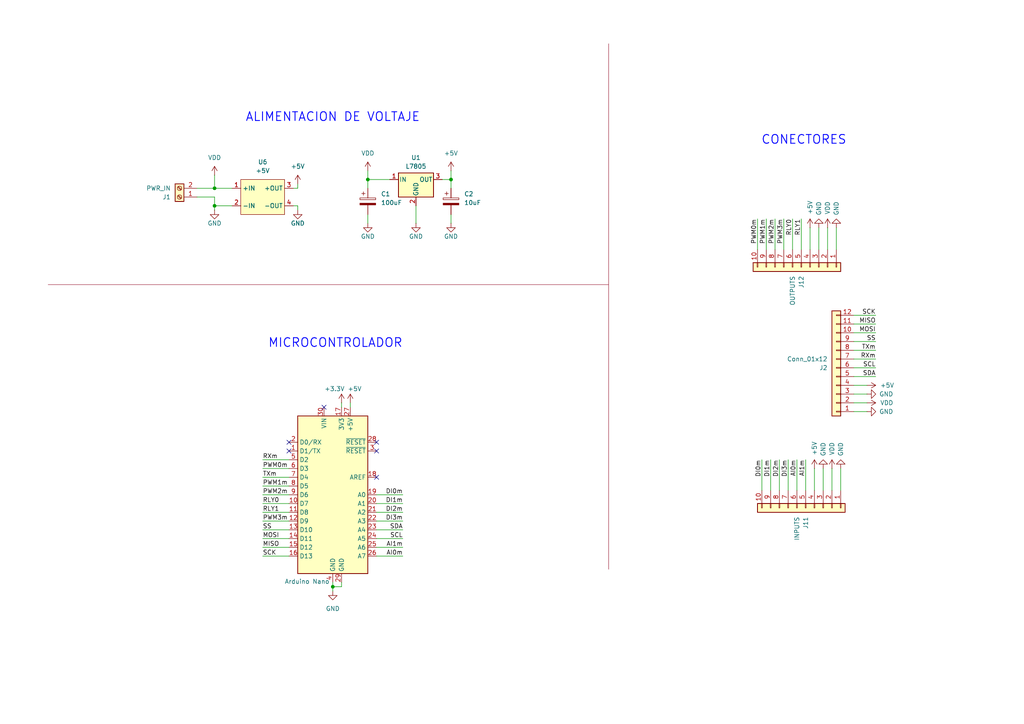
<source format=kicad_sch>
(kicad_sch (version 20250114) (generator "eeschema") (generator_version "9.0")
  (paper "A4")
  (lib_symbols
    (symbol "Codigo_lib:Mini_560_Pro"
      (property "Reference" "U" (at 0 -6.604 0))
      (property "Value" "+5V" (at 4.572 -6.604 0))
      (symbol "Mini_560_Pro_1_1"
        (rectangle (start -6.35 5.08) (end 6.35 -5.08) (fill (type background)))
        (pin passive line (at -8.89 2.54 0) (length 2.54) (name "+IN") (number "1"))
        (pin passive line (at -8.89 -2.54 0) (length 2.54) (name "-IN") (number "2"))
        (pin passive line (at 8.89 2.54 180) (length 2.54) (name "+OUT") (number "3"))
        (pin passive line (at 8.89 -2.54 180) (length 2.54) (name "-OUT") (number "4"))
      )
    )
    (symbol "Connector:Screw_Terminal_01x02" (pin_names (offset 1.016) (hide yes))
      (property "Reference" "J" (at 0 2.54 0))
      (property "Value" "Screw_Terminal_01x02" (at 0 -5.08 0))
      (symbol "Screw_Terminal_01x02_1_1"
        (rectangle (start -1.27 1.27) (end 1.27 -3.81) (stroke (width 0.254)) (fill (type background)))
        (polyline (pts (xy -0.5334 0.3302) (xy 0.3302 -0.508)) (stroke (width 0.1524)))
        (polyline (pts (xy -0.5334 -2.2098) (xy 0.3302 -3.048)) (stroke (width 0.1524)))
        (polyline (pts (xy -0.3556 0.508) (xy 0.508 -0.3302)) (stroke (width 0.1524)))
        (polyline (pts (xy -0.3556 -2.032) (xy 0.508 -2.8702)) (stroke (width 0.1524)))
        (circle (center 0 0) (radius 0.635) (stroke (width 0.1524)))
        (circle (center 0 -2.54) (radius 0.635) (stroke (width 0.1524)))
        (pin passive line (at -5.08 0 0) (length 3.81) (name "Pin_1") (number "1"))
        (pin passive line (at -5.08 -2.54 0) (length 3.81) (name "Pin_2") (number "2"))
      )
    )
    (symbol "Connector_Generic:Conn_01x10" (pin_names (offset 1.016) (hide yes))
      (property "Reference" "J" (at 0 12.7 0))
      (property "Value" "Conn_01x10" (at 0 -15.24 0))
      (symbol "Conn_01x10_1_1"
        (rectangle (start -1.27 11.43) (end 1.27 -13.97) (stroke (width 0.254)) (fill (type background)))
        (rectangle (start -1.27 10.287) (end 0 10.033) (stroke (width 0.1524)))
        (rectangle (start -1.27 7.747) (end 0 7.493) (stroke (width 0.1524)))
        (rectangle (start -1.27 5.207) (end 0 4.953) (stroke (width 0.1524)))
        (rectangle (start -1.27 2.667) (end 0 2.413) (stroke (width 0.1524)))
        (rectangle (start -1.27 0.127) (end 0 -0.127) (stroke (width 0.1524)))
        (rectangle (start -1.27 -2.413) (end 0 -2.667) (stroke (width 0.1524)))
        (rectangle (start -1.27 -4.953) (end 0 -5.207) (stroke (width 0.1524)))
        (rectangle (start -1.27 -7.493) (end 0 -7.747) (stroke (width 0.1524)))
        (rectangle (start -1.27 -10.033) (end 0 -10.287) (stroke (width 0.1524)))
        (rectangle (start -1.27 -12.573) (end 0 -12.827) (stroke (width 0.1524)))
        (pin passive line (at -5.08 10.16 0) (length 3.81) (name "Pin_1") (number "1"))
        (pin passive line (at -5.08 7.62 0) (length 3.81) (name "Pin_2") (number "2"))
        (pin passive line (at -5.08 5.08 0) (length 3.81) (name "Pin_3") (number "3"))
        (pin passive line (at -5.08 2.54 0) (length 3.81) (name "Pin_4") (number "4"))
        (pin passive line (at -5.08 0 0) (length 3.81) (name "Pin_5") (number "5"))
        (pin passive line (at -5.08 -2.54 0) (length 3.81) (name "Pin_6") (number "6"))
        (pin passive line (at -5.08 -5.08 0) (length 3.81) (name "Pin_7") (number "7"))
        (pin passive line (at -5.08 -7.62 0) (length 3.81) (name "Pin_8") (number "8"))
        (pin passive line (at -5.08 -10.16 0) (length 3.81) (name "Pin_9") (number "9"))
        (pin passive line (at -5.08 -12.7 0) (length 3.81) (name "Pin_10") (number "10"))
      )
    )
    (symbol "Connector_Generic:Conn_01x12" (pin_names (offset 1.016) (hide yes))
      (property "Reference" "J" (at 0 15.24 0))
      (property "Value" "Conn_01x12" (at 0 -17.78 0))
      (symbol "Conn_01x12_1_1"
        (rectangle (start -1.27 13.97) (end 1.27 -16.51) (stroke (width 0.254)) (fill (type background)))
        (rectangle (start -1.27 12.827) (end 0 12.573) (stroke (width 0.1524)))
        (rectangle (start -1.27 10.287) (end 0 10.033) (stroke (width 0.1524)))
        (rectangle (start -1.27 7.747) (end 0 7.493) (stroke (width 0.1524)))
        (rectangle (start -1.27 5.207) (end 0 4.953) (stroke (width 0.1524)))
        (rectangle (start -1.27 2.667) (end 0 2.413) (stroke (width 0.1524)))
        (rectangle (start -1.27 0.127) (end 0 -0.127) (stroke (width 0.1524)))
        (rectangle (start -1.27 -2.413) (end 0 -2.667) (stroke (width 0.1524)))
        (rectangle (start -1.27 -4.953) (end 0 -5.207) (stroke (width 0.1524)))
        (rectangle (start -1.27 -7.493) (end 0 -7.747) (stroke (width 0.1524)))
        (rectangle (start -1.27 -10.033) (end 0 -10.287) (stroke (width 0.1524)))
        (rectangle (start -1.27 -12.573) (end 0 -12.827) (stroke (width 0.1524)))
        (rectangle (start -1.27 -15.113) (end 0 -15.367) (stroke (width 0.1524)))
        (pin passive line (at -5.08 12.7 0) (length 3.81) (name "Pin_1") (number "1"))
        (pin passive line (at -5.08 10.16 0) (length 3.81) (name "Pin_2") (number "2"))
        (pin passive line (at -5.08 7.62 0) (length 3.81) (name "Pin_3") (number "3"))
        (pin passive line (at -5.08 5.08 0) (length 3.81) (name "Pin_4") (number "4"))
        (pin passive line (at -5.08 2.54 0) (length 3.81) (name "Pin_5") (number "5"))
        (pin passive line (at -5.08 0 0) (length 3.81) (name "Pin_6") (number "6"))
        (pin passive line (at -5.08 -2.54 0) (length 3.81) (name "Pin_7") (number "7"))
        (pin passive line (at -5.08 -5.08 0) (length 3.81) (name "Pin_8") (number "8"))
        (pin passive line (at -5.08 -7.62 0) (length 3.81) (name "Pin_9") (number "9"))
        (pin passive line (at -5.08 -10.16 0) (length 3.81) (name "Pin_10") (number "10"))
        (pin passive line (at -5.08 -12.7 0) (length 3.81) (name "Pin_11") (number "11"))
        (pin passive line (at -5.08 -15.24 0) (length 3.81) (name "Pin_12") (number "12"))
      )
    )
    (symbol "Device:C_Polarized" (pin_numbers (hide yes)) (pin_names (offset 0.254))
      (property "Reference" "C" (at 0.635 2.54 0))
      (property "Value" "C_Polarized" (at 0.635 -2.54 0))
      (symbol "C_Polarized_0_1"
        (rectangle (start -2.286 0.508) (end 2.286 1.016))
        (polyline (pts (xy -1.778 2.286) (xy -0.762 2.286)))
        (polyline (pts (xy -1.27 2.794) (xy -1.27 1.778)))
        (rectangle (start 2.286 -0.508) (end -2.286 -1.016) (fill (type outline)))
      )
      (symbol "C_Polarized_1_1"
        (pin passive line (at 0 3.81 270) (length 2.794) (name "~") (number "1"))
        (pin passive line (at 0 -3.81 90) (length 2.794) (name "~") (number "2"))
      )
    )
    (symbol "MCU_Module:Arduino_Nano_v3.x"
      (property "Reference" "A" (at -10.16 23.495 0))
      (property "Value" "Arduino_Nano_v3.x" (at 5.08 -24.13 0))
      (symbol "Arduino_Nano_v3.x_0_1"
        (rectangle (start -10.16 22.86) (end 10.16 -22.86) (stroke (width 0.254)) (fill (type background)))
      )
      (symbol "Arduino_Nano_v3.x_1_1"
        (pin bidirectional line (at -12.7 15.24 0) (length 2.54) (name "D0/RX") (number "2"))
        (pin bidirectional line (at -12.7 12.7 0) (length 2.54) (name "D1/TX") (number "1"))
        (pin bidirectional line (at -12.7 10.16 0) (length 2.54) (name "D2") (number "5"))
        (pin bidirectional line (at -12.7 7.62 0) (length 2.54) (name "D3") (number "6"))
        (pin bidirectional line (at -12.7 5.08 0) (length 2.54) (name "D4") (number "7"))
        (pin bidirectional line (at -12.7 2.54 0) (length 2.54) (name "D5") (number "8"))
        (pin bidirectional line (at -12.7 0 0) (length 2.54) (name "D6") (number "9"))
        (pin bidirectional line (at -12.7 -2.54 0) (length 2.54) (name "D7") (number "10"))
        (pin bidirectional line (at -12.7 -5.08 0) (length 2.54) (name "D8") (number "11"))
        (pin bidirectional line (at -12.7 -7.62 0) (length 2.54) (name "D9") (number "12"))
        (pin bidirectional line (at -12.7 -10.16 0) (length 2.54) (name "D10") (number "13"))
        (pin bidirectional line (at -12.7 -12.7 0) (length 2.54) (name "D11") (number "14"))
        (pin bidirectional line (at -12.7 -15.24 0) (length 2.54) (name "D12") (number "15"))
        (pin bidirectional line (at -12.7 -17.78 0) (length 2.54) (name "D13") (number "16"))
        (pin power_in line (at -2.54 25.4 270) (length 2.54) (name "VIN") (number "30"))
        (pin power_in line (at 0 -25.4 90) (length 2.54) (name "GND") (number "4"))
        (pin power_out line (at 2.54 25.4 270) (length 2.54) (name "3V3") (number "17"))
        (pin power_in line (at 2.54 -25.4 90) (length 2.54) (name "GND") (number "29"))
        (pin power_out line (at 5.08 25.4 270) (length 2.54) (name "+5V") (number "27"))
        (pin input line (at 12.7 15.24 180) (length 2.54) (name "~{RESET}") (number "28"))
        (pin input line (at 12.7 12.7 180) (length 2.54) (name "~{RESET}") (number "3"))
        (pin input line (at 12.7 5.08 180) (length 2.54) (name "AREF") (number "18"))
        (pin bidirectional line (at 12.7 0 180) (length 2.54) (name "A0") (number "19"))
        (pin bidirectional line (at 12.7 -2.54 180) (length 2.54) (name "A1") (number "20"))
        (pin bidirectional line (at 12.7 -5.08 180) (length 2.54) (name "A2") (number "21"))
        (pin bidirectional line (at 12.7 -7.62 180) (length 2.54) (name "A3") (number "22"))
        (pin bidirectional line (at 12.7 -10.16 180) (length 2.54) (name "A4") (number "23"))
        (pin bidirectional line (at 12.7 -12.7 180) (length 2.54) (name "A5") (number "24"))
        (pin bidirectional line (at 12.7 -15.24 180) (length 2.54) (name "A6") (number "25"))
        (pin bidirectional line (at 12.7 -17.78 180) (length 2.54) (name "A7") (number "26"))
      )
    )
    (symbol "Regulator_Linear:L7805" (pin_names (offset 0.254))
      (property "Reference" "U" (at -3.81 3.175 0))
      (property "Value" "L7805" (at 0 3.175 0))
      (symbol "L7805_0_1"
        (rectangle (start -5.08 1.905) (end 5.08 -5.08) (stroke (width 0.254)) (fill (type background)))
      )
      (symbol "L7805_1_1"
        (pin power_in line (at -7.62 0 0) (length 2.54) (name "IN") (number "1"))
        (pin power_in line (at 0 -7.62 90) (length 2.54) (name "GND") (number "2"))
        (pin power_out line (at 7.62 0 180) (length 2.54) (name "OUT") (number "3"))
      )
    )
    (symbol "power:+3.3V" (power) (pin_numbers (hide yes)) (pin_names (offset 0) (hide yes))
      (property "Value" "+3.3V" (at 0 3.556 0))
      (symbol "+3.3V_0_1"
        (polyline (pts (xy -0.762 1.27) (xy 0 2.54)))
        (polyline (pts (xy 0 2.54) (xy 0.762 1.27)))
        (polyline (pts (xy 0 0) (xy 0 2.54)))
      )
      (symbol "+3.3V_1_1"
        (pin power_in line (at 0 0 90) (length 0) (name "~") (number "1"))
      )
    )
    (symbol "power:+5V" (power) (pin_numbers (hide yes)) (pin_names (offset 0) (hide yes))
      (property "Value" "+5V" (at 0 3.556 0))
      (symbol "+5V_0_1"
        (polyline (pts (xy -0.762 1.27) (xy 0 2.54)))
        (polyline (pts (xy 0 2.54) (xy 0.762 1.27)))
        (polyline (pts (xy 0 0) (xy 0 2.54)))
      )
      (symbol "+5V_1_1"
        (pin power_in line (at 0 0 90) (length 0) (name "~") (number "1"))
      )
    )
    (symbol "power:GND" (power) (pin_numbers (hide yes)) (pin_names (offset 0) (hide yes))
      (property "Value" "GND" (at 0 -3.81 0))
      (symbol "GND_0_1"
        (polyline (pts (xy 0 0) (xy 0 -1.27) (xy 1.27 -1.27) (xy 0 -2.54) (xy -1.27 -1.27) (xy 0 -1.27)))
      )
      (symbol "GND_1_1"
        (pin power_in line (at 0 0 270) (length 0) (name "~") (number "1"))
      )
    )
    (symbol "power:VDD" (power) (pin_numbers (hide yes)) (pin_names (offset 0) (hide yes))
      (property "Value" "VDD" (at 0 3.556 0))
      (symbol "VDD_0_1"
        (polyline (pts (xy -0.762 1.27) (xy 0 2.54)))
        (polyline (pts (xy 0 2.54) (xy 0.762 1.27)))
        (polyline (pts (xy 0 0) (xy 0 2.54)))
      )
      (symbol "VDD_1_1"
        (pin power_in line (at 0 0 90) (length 0) (name "~") (number "1"))
      )
    )
  )
  (text "CONECTORES" (at 233.172 40.64 0) (effects (font (size 2.54 2.54) (thickness 0.254) (bold yes))))
  (text "MICROCONTROLADOR" (at 97.282 99.568 0) (effects (font (size 2.54 2.54) (thickness 0.254) (bold yes))))
  (text "ALIMENTACION DE VOLTAJE\n" (at 96.52 34.036 0) (effects (font (size 2.54 2.54) (thickness 0.254) (bold yes))))
  (junction (at 130.81 52.07))
  (junction (at 96.52 170.18))
  (junction (at 62.23 54.61))
  (junction (at 106.68 52.07))
  (junction (at 62.23 59.69))
  (no_connect (at 83.82 130.81))
  (no_connect (at 83.82 128.27))
  (no_connect (at 109.22 130.81))
  (no_connect (at 109.22 128.27))
  (no_connect (at 109.22 138.43))
  (no_connect (at 93.98 118.11))
  (wire (pts (xy 229.87 72.39) (xy 229.87 63.5)))
  (wire (pts (xy 240.03 72.39) (xy 240.03 66.04)))
  (wire (pts (xy 62.23 54.61) (xy 67.31 54.61)))
  (wire (pts (xy 96.52 170.18) (xy 96.52 171.45)))
  (wire (pts (xy 99.06 168.91) (xy 99.06 170.18)))
  (wire (pts (xy 86.36 53.34) (xy 86.36 54.61)))
  (wire (pts (xy 251.46 114.3) (xy 247.65 114.3)))
  (wire (pts (xy 232.41 72.39) (xy 232.41 63.5)))
  (wire (pts (xy 247.65 104.14) (xy 254 104.14)))
  (wire (pts (xy 76.2 138.43) (xy 83.82 138.43)))
  (wire (pts (xy 238.76 142.24) (xy 238.76 135.89)))
  (wire (pts (xy 109.22 146.05) (xy 116.84 146.05)))
  (wire (pts (xy 109.22 161.29) (xy 116.84 161.29)))
  (wire (pts (xy 247.65 91.44) (xy 254 91.44)))
  (wire (pts (xy 130.81 64.77) (xy 130.81 62.23)))
  (wire (pts (xy 234.95 72.39) (xy 234.95 66.04)))
  (wire (pts (xy 128.27 52.07) (xy 130.81 52.07)))
  (wire (pts (xy 109.22 158.75) (xy 116.84 158.75)))
  (wire (pts (xy 62.23 59.69) (xy 62.23 60.96)))
  (wire (pts (xy 224.79 72.39) (xy 224.79 63.5)))
  (wire (pts (xy 247.65 106.68) (xy 254 106.68)))
  (wire (pts (xy 247.65 109.22) (xy 254 109.22)))
  (wire (pts (xy 233.68 142.24) (xy 233.68 133.35)))
  (wire (pts (xy 76.2 143.51) (xy 83.82 143.51)))
  (wire (pts (xy 76.2 156.21) (xy 83.82 156.21)))
  (wire (pts (xy 62.23 50.8) (xy 62.23 54.61)))
  (wire (pts (xy 76.2 140.97) (xy 83.82 140.97)))
  (wire (pts (xy 106.68 49.53) (xy 106.68 52.07)))
  (wire (pts (xy 101.6 116.84) (xy 101.6 118.11)))
  (polyline (pts (xy 176.53 82.55) (xy 13.97 82.55)) (stroke (width 0) (color 163 50 72 1)))
  (wire (pts (xy 109.22 148.59) (xy 116.84 148.59)))
  (wire (pts (xy 86.36 59.69) (xy 86.36 60.96)))
  (wire (pts (xy 96.52 170.18) (xy 99.06 170.18)))
  (wire (pts (xy 57.15 54.61) (xy 62.23 54.61)))
  (wire (pts (xy 62.23 59.69) (xy 67.31 59.69)))
  (wire (pts (xy 223.52 142.24) (xy 223.52 133.35)))
  (wire (pts (xy 220.98 142.24) (xy 220.98 133.35)))
  (wire (pts (xy 247.65 93.98) (xy 254 93.98)))
  (wire (pts (xy 247.65 119.38) (xy 251.46 119.38)))
  (wire (pts (xy 106.68 62.23) (xy 106.68 64.77)))
  (wire (pts (xy 106.68 52.07) (xy 106.68 54.61)))
  (wire (pts (xy 76.2 148.59) (xy 83.82 148.59)))
  (wire (pts (xy 96.52 168.91) (xy 96.52 170.18)))
  (wire (pts (xy 76.2 133.35) (xy 83.82 133.35)))
  (wire (pts (xy 57.15 57.15) (xy 62.23 57.15)))
  (wire (pts (xy 237.49 72.39) (xy 237.49 66.04)))
  (wire (pts (xy 226.06 142.24) (xy 226.06 133.35)))
  (wire (pts (xy 219.71 72.39) (xy 219.71 63.5)))
  (wire (pts (xy 120.65 64.77) (xy 120.65 59.69)))
  (wire (pts (xy 76.2 161.29) (xy 83.82 161.29)))
  (wire (pts (xy 130.81 52.07) (xy 130.81 49.53)))
  (wire (pts (xy 241.3 142.24) (xy 241.3 135.89)))
  (wire (pts (xy 99.06 116.84) (xy 99.06 118.11)))
  (wire (pts (xy 76.2 153.67) (xy 83.82 153.67)))
  (wire (pts (xy 85.09 59.69) (xy 86.36 59.69)))
  (wire (pts (xy 247.65 116.84) (xy 251.46 116.84)))
  (wire (pts (xy 247.65 96.52) (xy 254 96.52)))
  (wire (pts (xy 109.22 143.51) (xy 116.84 143.51)))
  (wire (pts (xy 231.14 142.24) (xy 231.14 133.35)))
  (wire (pts (xy 62.23 57.15) (xy 62.23 59.69)))
  (wire (pts (xy 247.65 99.06) (xy 254 99.06)))
  (wire (pts (xy 109.22 151.13) (xy 116.84 151.13)))
  (wire (pts (xy 228.6 142.24) (xy 228.6 133.35)))
  (wire (pts (xy 227.33 72.39) (xy 227.33 63.5)))
  (wire (pts (xy 76.2 135.89) (xy 83.82 135.89)))
  (wire (pts (xy 242.57 72.39) (xy 242.57 66.04)))
  (wire (pts (xy 251.46 111.76) (xy 247.65 111.76)))
  (wire (pts (xy 243.84 142.24) (xy 243.84 135.89)))
  (wire (pts (xy 109.22 153.67) (xy 116.84 153.67)))
  (wire (pts (xy 130.81 52.07) (xy 130.81 54.61)))
  (wire (pts (xy 247.65 101.6) (xy 254 101.6)))
  (wire (pts (xy 76.2 158.75) (xy 83.82 158.75)))
  (wire (pts (xy 76.2 151.13) (xy 83.82 151.13)))
  (wire (pts (xy 76.2 146.05) (xy 83.82 146.05)))
  (polyline (pts (xy 176.53 12.7) (xy 176.53 165.1)) (stroke (width 0) (color 163 50 72 1)))
  (wire (pts (xy 222.25 72.39) (xy 222.25 63.5)))
  (wire (pts (xy 113.03 52.07) (xy 106.68 52.07)))
  (wire (pts (xy 236.22 142.24) (xy 236.22 135.89)))
  (wire (pts (xy 109.22 156.21) (xy 116.84 156.21)))
  (wire (pts (xy 85.09 54.61) (xy 86.36 54.61)))
  (label "MOSI" (at 76.2 156.21 0))
  (label "SCL" (at 254 106.68 180))
  (label "PWM3m" (at 76.2 151.13 0))
  (label "SDA" (at 116.84 153.67 180))
  (label "PWM0m" (at 76.2 135.89 0))
  (label "PWM2m" (at 76.2 143.51 0))
  (label "RXm" (at 254 104.14 180))
  (label "SS" (at 76.2 153.67 0))
  (label "DI0m" (at 220.98 133.35 270))
  (label "SS" (at 254 99.06 180))
  (label "PWM0m" (at 219.71 63.5 270))
  (label "PWM2m" (at 224.79 63.5 270))
  (label "RLY1" (at 232.41 63.5 270))
  (label "PWM3m" (at 227.33 63.5 270))
  (label "AI1m" (at 233.68 133.35 270))
  (label "DI3m" (at 116.84 151.13 180))
  (label "SDA" (at 254 109.22 180))
  (label "DI1m" (at 223.52 133.35 270))
  (label "SCL" (at 116.84 156.21 180))
  (label "DI0m" (at 116.84 143.51 180))
  (label "RLY1" (at 76.2 148.59 0))
  (label "TXm" (at 76.2 138.43 0))
  (label "PWM1m" (at 222.25 63.5 270))
  (label "RLY0" (at 229.87 63.5 270))
  (label "AI0m" (at 231.14 133.35 270))
  (label "DI3m" (at 228.6 133.35 270))
  (label "MISO" (at 254 93.98 180))
  (label "DI2m" (at 116.84 148.59 180))
  (label "RXm" (at 76.2 133.35 0))
  (label "RLY0" (at 76.2 146.05 0))
  (label "DI2m" (at 226.06 133.35 270))
  (label "MOSI" (at 254 96.52 180))
  (label "AI1m" (at 116.84 158.75 180))
  (label "SCK" (at 254 91.44 180))
  (label "SCK" (at 76.2 161.29 0))
  (label "PWM1m" (at 76.2 140.97 0))
  (label "AI0m" (at 116.84 161.29 180))
  (label "DI1m" (at 116.84 146.05 180))
  (label "MISO" (at 76.2 158.75 0))
  (label "TXm" (at 254 101.6 180))
  (symbol (lib_id "power:GND") (at 237.49 66.04 0) (mirror x) (unit 1)
    (property "Reference" "#PWR07" (effects (hide yes)))
    (property "Value" "GND" (at 237.49 60.452 90))
    (property "Description" "Power symbol creates a global label with name \"GND\" , ground" (effects (hide yes)))
  )
  (symbol (lib_id "power:+5V") (at 101.6 116.84 0) (unit 1)
    (property "Reference" "#PWR019" (effects (hide yes)))
    (property "Value" "+5V" (at 102.87 112.776 0))
    (property "Description" "Power symbol creates a global label with name \"+5V\"" (effects (hide yes)))
  )
  (symbol (lib_id "power:GND") (at 106.68 64.77 0) (unit 1)
    (property "Reference" "#PWR014" (effects (hide yes)))
    (property "Value" "GND" (at 106.68 68.58 0))
    (property "Description" "Power symbol creates a global label with name \"GND\" , ground" (effects (hide yes)))
  )
  (symbol (lib_id "power:GND") (at 242.57 66.04 0) (mirror x) (unit 1)
    (property "Reference" "#PWR05" (effects (hide yes)))
    (property "Value" "GND" (at 242.57 60.452 90))
    (property "Description" "Power symbol creates a global label with name \"GND\" , ground" (effects (hide yes)))
  )
  (symbol (lib_id "power:VDD") (at 240.03 66.04 0) (mirror y) (unit 1)
    (property "Reference" "#PWR06" (effects (hide yes)))
    (property "Value" "VDD" (at 240.0301 62.23 90) (effects (justify left)))
    (property "Description" "Power symbol creates a global label with name \"VDD\"" (effects (hide yes)))
  )
  (symbol (lib_id "power:GND") (at 238.76 135.89 0) (mirror x) (unit 1)
    (property "Reference" "#PWR03" (effects (hide yes)))
    (property "Value" "GND" (at 238.76 130.302 90))
    (property "Description" "Power symbol creates a global label with name \"GND\" , ground" (effects (hide yes)))
  )
  (symbol (lib_id "power:+3.3V") (at 99.06 116.84 0) (unit 1)
    (property "Reference" "#PWR020" (effects (hide yes)))
    (property "Value" "+3.3V" (at 97.028 112.776 0))
    (property "Description" "Power symbol creates a global label with name \"+3.3V\"" (effects (hide yes)))
  )
  (symbol (lib_id "power:+5V") (at 234.95 66.04 0) (mirror y) (unit 1)
    (property "Reference" "#PWR08" (effects (hide yes)))
    (property "Value" "+5V" (at 234.9501 62.23 90) (effects (justify left)))
    (property "Description" "Power symbol creates a global label with name \"+5V\"" (effects (hide yes)))
  )
  (symbol (lib_id "power:GND") (at 251.46 119.38 90) (mirror x) (unit 1)
    (property "Reference" "#PWR017" (effects (hide yes)))
    (property "Value" "GND" (at 257.048 119.38 90))
    (property "Description" "Power symbol creates a global label with name \"GND\" , ground" (effects (hide yes)))
  )
  (symbol (lib_id "power:VDD") (at 62.23 50.8 0) (unit 1)
    (property "Reference" "#PWR022" (effects (hide yes)))
    (property "Value" "VDD" (at 62.23 45.72 0))
    (property "Description" "Power symbol creates a global label with name \"VDD\"" (effects (hide yes)))
  )
  (symbol (lib_id "power:GND") (at 130.81 64.77 0) (unit 1)
    (property "Reference" "#PWR015" (effects (hide yes)))
    (property "Value" "GND" (at 130.81 68.58 0))
    (property "Description" "Power symbol creates a global label with name \"GND\" , ground" (effects (hide yes)))
  )
  (symbol (lib_id "power:+5V") (at 236.22 135.89 0) (mirror y) (unit 1)
    (property "Reference" "#PWR04" (effects (hide yes)))
    (property "Value" "+5V" (at 236.2201 132.08 90) (effects (justify left)))
    (property "Description" "Power symbol creates a global label with name \"+5V\"" (effects (hide yes)))
  )
  (symbol (lib_id "Codigo_lib:Mini_560_Pro") (at 76.2 57.15 0) (unit 1)
    (property "Reference" "U6" (at 76.2 46.99 0))
    (property "Value" "+5V" (at 76.2 49.53 0))
    (property "Footprint" "Codigo_lib:Mini 560 Pro" (effects (hide yes)))
  )
  (symbol (lib_id "power:+5V") (at 251.46 111.76 270) (mirror x) (unit 1)
    (property "Reference" "#PWR029" (effects (hide yes)))
    (property "Value" "+5V" (at 255.27 111.7601 90) (effects (justify left)))
    (property "Description" "Power symbol creates a global label with name \"+5V\"" (effects (hide yes)))
  )
  (symbol (lib_id "power:GND") (at 96.52 171.45 0) (unit 1)
    (property "Reference" "#PWR018" (effects (hide yes)))
    (property "Value" "GND" (at 96.52 176.53 0))
    (property "Description" "Power symbol creates a global label with name \"GND\" , ground" (effects (hide yes)))
  )
  (symbol (lib_id "Connector_Generic:Conn_01x12") (at 242.57 106.68 180) (unit 1)
    (property "Reference" "J2" (at 240.03 106.6801 0) (effects (justify left)))
    (property "Value" "Conn_01x12" (at 240.03 104.1401 0) (effects (justify left)))
    (property "Footprint" "Connector_PinSocket_2.54mm:PinSocket_1x12_P2.54mm_Horizontal" (effects (hide yes)))
    (property "Description" "Generic connector, single row, 01x12, script generated (kicad-library-utils/schlib/autogen/connector/)" (effects (hide yes)))
  )
  (symbol (lib_id "power:GND") (at 243.84 135.89 0) (mirror x) (unit 1)
    (property "Reference" "#PWR01" (effects (hide yes)))
    (property "Value" "GND" (at 243.84 130.302 90))
    (property "Description" "Power symbol creates a global label with name \"GND\" , ground" (effects (hide yes)))
  )
  (symbol (lib_id "Device:C_Polarized") (at 106.68 58.42 0) (unit 1)
    (property "Reference" "C1" (at 110.49 56.2609 0) (effects (justify left)))
    (property "Value" "100uF" (at 110.49 58.8009 0) (effects (justify left)))
    (property "Footprint" "Capacitor_THT:CP_Radial_D5.0mm_P2.50mm" (effects (hide yes)))
    (property "Description" "Polarized capacitor" (effects (hide yes)))
  )
  (symbol (lib_id "power:VDD") (at 106.68 49.53 0) (unit 1)
    (property "Reference" "#PWR012" (effects (hide yes)))
    (property "Value" "VDD" (at 106.68 44.45 0))
    (property "Description" "Power symbol creates a global label with name \"VDD\"" (effects (hide yes)))
  )
  (symbol (lib_id "power:GND") (at 120.65 64.77 0) (unit 1)
    (property "Reference" "#PWR016" (effects (hide yes)))
    (property "Value" "GND" (at 120.65 68.58 0))
    (property "Description" "Power symbol creates a global label with name \"GND\" , ground" (effects (hide yes)))
  )
  (symbol (lib_id "Device:C_Polarized") (at 130.81 58.42 0) (unit 1)
    (property "Reference" "C2" (at 134.62 56.2609 0) (effects (justify left)))
    (property "Value" "10uF" (at 134.62 58.8009 0) (effects (justify left)))
    (property "Footprint" "Capacitor_THT:CP_Radial_D5.0mm_P2.50mm" (effects (hide yes)))
    (property "Description" "Polarized capacitor" (effects (hide yes)))
  )
  (symbol (lib_id "power:GND") (at 86.36 60.96 0) (unit 1)
    (property "Reference" "#PWR09" (effects (hide yes)))
    (property "Value" "GND" (at 86.36 64.77 0))
    (property "Description" "Power symbol creates a global label with name \"GND\" , ground" (effects (hide yes)))
  )
  (symbol (lib_id "power:+5V") (at 86.36 53.34 0) (unit 1)
    (property "Reference" "#PWR010" (effects (hide yes)))
    (property "Value" "+5V" (at 86.36 48.26 0))
    (property "Description" "Power symbol creates a global label with name \"+5V\"" (effects (hide yes)))
  )
  (symbol (lib_id "Connector:Screw_Terminal_01x02") (at 52.07 57.15 180) (unit 1)
    (property "Reference" "J1" (at 49.53 57.1501 0) (effects (justify left)))
    (property "Value" "PWR_IN" (at 49.53 54.6101 0) (effects (justify left)))
    (property "Footprint" "Borneras:TerminalBlock_Altech_AK300-2_P5.00mm" (effects (hide yes)))
    (property "Description" "Generic screw terminal, single row, 01x02, script generated (kicad-library-utils/schlib/autogen/connector/)" (effects (hide yes)))
  )
  (symbol (lib_id "power:VDD") (at 241.3 135.89 0) (mirror y) (unit 1)
    (property "Reference" "#PWR02" (effects (hide yes)))
    (property "Value" "VDD" (at 241.3001 132.08 90) (effects (justify left)))
    (property "Description" "Power symbol creates a global label with name \"VDD\"" (effects (hide yes)))
  )
  (symbol (lib_id "power:VDD") (at 251.46 116.84 270) (mirror x) (unit 1)
    (property "Reference" "#PWR027" (effects (hide yes)))
    (property "Value" "VDD" (at 255.27 116.8401 90) (effects (justify left)))
    (property "Description" "Power symbol creates a global label with name \"VDD\"" (effects (hide yes)))
  )
  (symbol (lib_id "Connector_Generic:Conn_01x10") (at 233.68 147.32 270) (unit 1)
    (property "Reference" "J11" (at 233.6801 149.86 0) (effects (justify left)))
    (property "Value" "INPUTS" (at 231.1401 149.86 0) (effects (justify left)))
    (property "Footprint" "Connector_PinSocket_2.54mm:PinSocket_1x10_P2.54mm_Vertical" (effects (hide yes)))
    (property "Description" "Generic connector, single row, 01x10, script generated (kicad-library-utils/schlib/autogen/connector/)" (effects (hide yes)))
  )
  (symbol (lib_id "MCU_Module:Arduino_Nano_v3.x") (at 96.52 143.51 0) (unit 1)
    (property "Reference" "A1" (effects (hide yes)))
    (property "Value" "Arduino Nano" (at 82.55 168.656 0) (effects (justify left)))
    (property "Footprint" "Module:Arduino_Nano" (effects (hide yes)))
    (property "Datasheet" "http://www.mouser.com/pdfdocs/Gravitech_Arduino_Nano3_0.pdf" (effects (hide yes)))
    (property "Description" "Arduino Nano v3.x" (effects (hide yes)))
  )
  (symbol (lib_id "power:GND") (at 251.46 114.3 90) (mirror x) (unit 1)
    (property "Reference" "#PWR028" (effects (hide yes)))
    (property "Value" "GND" (at 257.048 114.3 90))
    (property "Description" "Power symbol creates a global label with name \"GND\" , ground" (effects (hide yes)))
  )
  (symbol (lib_id "power:GND") (at 62.23 60.96 0) (unit 1)
    (property "Reference" "#PWR011" (effects (hide yes)))
    (property "Value" "GND" (at 62.23 64.77 0))
    (property "Description" "Power symbol creates a global label with name \"GND\" , ground" (effects (hide yes)))
  )
  (symbol (lib_id "Connector_Generic:Conn_01x10") (at 232.41 77.47 270) (unit 1)
    (property "Reference" "J12" (at 232.4101 80.01 0) (effects (justify left)))
    (property "Value" "OUTPUTS" (at 229.8701 80.01 0) (effects (justify left)))
    (property "Footprint" "Connector_PinHeader_2.54mm:PinHeader_1x10_P2.54mm_Vertical" (effects (hide yes)))
    (property "Description" "Generic connector, single row, 01x10, script generated (kicad-library-utils/schlib/autogen/connector/)" (effects (hide yes)))
  )
  (symbol (lib_id "Regulator_Linear:L7805") (at 120.65 52.07 0) (unit 1)
    (property "Reference" "U1" (at 120.65 45.72 0))
    (property "Value" "L7805" (at 120.65 48.26 0))
    (property "Footprint" "Package_TO_SOT_THT:TO-220-3_Horizontal_TabDown" (effects (hide yes)))
    (property "Datasheet" "http://www.st.com/content/ccc/resource/technical/document/datasheet/41/4f/b3/b0/12/d4/47/88/CD00000444.pdf/files/CD00000444.pdf/jcr:content/translations/en.CD00000444.pdf" (effects (hide yes)))
    (property "Description" "Positive 1.5A 35V Linear Regulator, Fixed Output 5V, TO-220/TO-263/TO-252" (effects (hide yes)))
  )
  (symbol (lib_id "power:+5V") (at 130.81 49.53 0) (unit 1)
    (property "Reference" "#PWR013" (effects (hide yes)))
    (property "Value" "+5V" (at 130.81 44.45 0))
    (property "Description" "Power symbol creates a global label with name \"+5V\"" (effects (hide yes)))
  )
)
</source>
